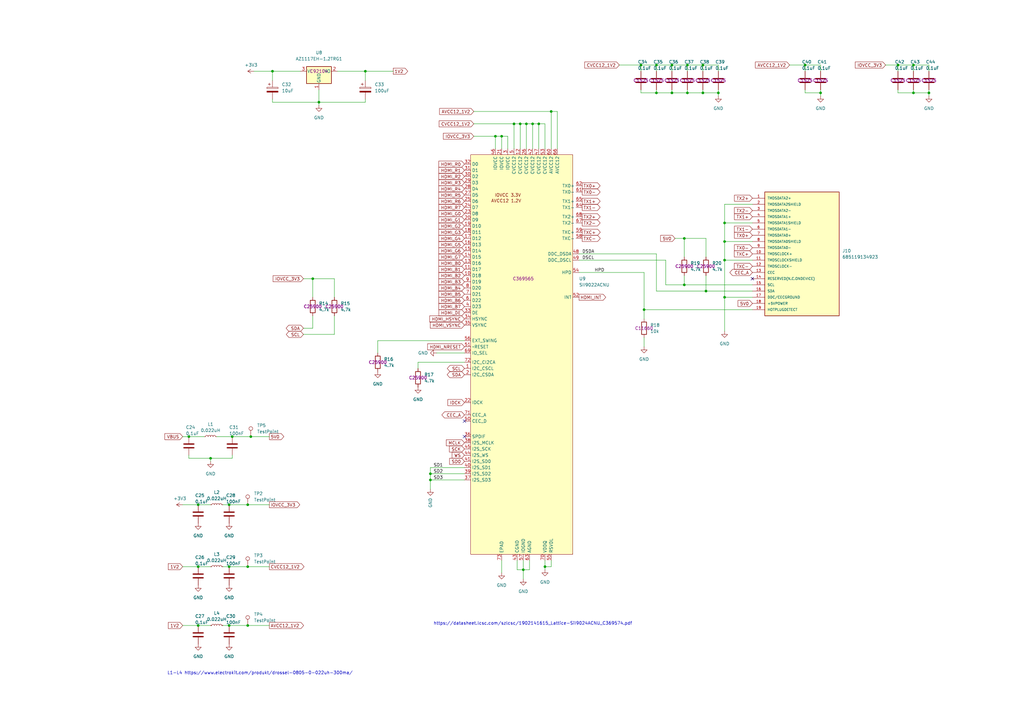
<source format=kicad_sch>
(kicad_sch (version 20211123) (generator eeschema)
  (paper "A3")
  (lib_symbols
    (symbol "685119134923:685119134923" (pin_names (offset 1.016))
      (property "Reference" "J2" (at 16.51 0.0001 0))
      (property "Value" "685119134923" (at 16.51 -2.5399 0))
      (symbol "685119134923_0_0"
        (rectangle (start -15.24 -26.67) (end 15.24 24.13) (stroke (width 0.254)) (fill (type background)))
        (pin input line (at -20.32 21.59 0) (length 5.08) (name "TMDSDATA2+") (number "1"))
        (pin input line (at -20.32 -1.27 0) (length 5.08) (name "TMDSCLOCK+") (number "10"))
        (pin power_in line (at -20.32 -3.81 0) (length 5.08) (name "TMDSCLOCKSHIELD") (number "11"))
        (pin input line (at -20.32 -6.35 0) (length 5.08) (name "TMDSCLOCK-") (number "12"))
        (pin input line (at -20.32 -8.89 0) (length 5.08) (name "CEC") (number "13"))
        (pin no_connect line (at -20.32 -11.43 0) (length 5.08) (name "RESERVED(N.C.ONDEVICE)") (number "14"))
        (pin input line (at -20.32 -13.97 0) (length 5.08) (name "SCL") (number "15"))
        (pin bidirectional line (at -20.32 -16.51 0) (length 5.08) (name "SDA") (number "16"))
        (pin power_in line (at -20.32 -19.05 0) (length 5.08) (name "DDC/CECGROUND") (number "17"))
        (pin power_in line (at -20.32 -21.59 0) (length 5.08) (name "+5VPOWER") (number "18"))
        (pin output line (at -20.32 -24.13 0) (length 5.08) (name "HOTPLUGDETECT") (number "19"))
        (pin power_in line (at -20.32 19.05 0) (length 5.08) (name "TMDSDATA2SHIELD") (number "2"))
        (pin input line (at -20.32 16.51 0) (length 5.08) (name "TMDSDATA2-") (number "3"))
        (pin input line (at -20.32 13.97 0) (length 5.08) (name "TMDSDATA1+") (number "4"))
        (pin power_in line (at -20.32 11.43 0) (length 5.08) (name "TMDSDATA1SHIELD") (number "5"))
        (pin input line (at -20.32 8.89 0) (length 5.08) (name "TMDSDATA1-") (number "6"))
        (pin input line (at -20.32 6.35 0) (length 5.08) (name "TMDSDATA0+") (number "7"))
        (pin power_in line (at -20.32 3.81 0) (length 5.08) (name "TMDSDATA0SHIELD") (number "8"))
        (pin input line (at -20.32 1.27 0) (length 5.08) (name "TMDSDATA0-") (number "9"))
      )
    )
    (symbol "Connector:TestPoint" (pin_numbers hide) (pin_names (offset 0.762) hide)
      (property "Reference" "TP" (at 0 6.858 0))
      (property "Value" "TestPoint" (at 0 5.08 0))
      (symbol "TestPoint_0_1"
        (circle (center 0 3.302) (radius 0.762))
      )
      (symbol "TestPoint_1_1"
        (pin passive line (at 0 0 90) (length 2.54) (name "1") (number "1"))
      )
    )
    (symbol "Device:C" (pin_numbers hide) (pin_names (offset 0.254))
      (property "Reference" "C" (at 0.635 2.54 0))
      (property "Value" "C" (at 0.635 -2.54 0))
      (symbol "C_0_1"
        (polyline (pts (xy -2.032 -0.762) (xy 2.032 -0.762)) (stroke (width 0.508)))
        (polyline (pts (xy -2.032 0.762) (xy 2.032 0.762)) (stroke (width 0.508)))
      )
      (symbol "C_1_1"
        (pin passive line (at 0 3.81 270) (length 2.794) (name "~") (number "1"))
        (pin passive line (at 0 -3.81 90) (length 2.794) (name "~") (number "2"))
      )
    )
    (symbol "Device:C_Polarized" (pin_numbers hide) (pin_names (offset 0.254))
      (property "Reference" "C" (at 0.635 2.54 0))
      (property "Value" "C_Polarized" (at 0.635 -2.54 0))
      (symbol "C_Polarized_0_1"
        (rectangle (start -2.286 0.508) (end 2.286 1.016))
        (polyline (pts (xy -1.778 2.286) (xy -0.762 2.286)))
        (polyline (pts (xy -1.27 2.794) (xy -1.27 1.778)))
        (rectangle (start 2.286 -0.508) (end -2.286 -1.016) (fill (type outline)))
      )
      (symbol "C_Polarized_1_1"
        (pin passive line (at 0 3.81 270) (length 2.794) (name "~") (number "1"))
        (pin passive line (at 0 -3.81 90) (length 2.794) (name "~") (number "2"))
      )
    )
    (symbol "Device:L_Small" (pin_numbers hide) (pin_names (offset 0.254) hide)
      (property "Reference" "L" (at 0.762 1.016 0))
      (property "Value" "L_Small" (at 0.762 -1.016 0))
      (symbol "L_Small_0_1"
        (arc (start 0 -2.032) (mid 0.508 -1.524) (end 0 -1.016))
        (arc (start 0 -1.016) (mid 0.508 -0.508) (end 0 0))
        (arc (start 0 0) (mid 0.508 0.508) (end 0 1.016))
        (arc (start 0 1.016) (mid 0.508 1.524) (end 0 2.032))
      )
      (symbol "L_Small_1_1"
        (pin passive line (at 0 2.54 270) (length 0.508) (name "~") (number "1"))
        (pin passive line (at 0 -2.54 90) (length 0.508) (name "~") (number "2"))
      )
    )
    (symbol "Device:R" (pin_numbers hide) (pin_names (offset 0))
      (property "Reference" "R" (at 2.032 0 90))
      (property "Value" "R" (at 0 0 90))
      (symbol "R_0_1"
        (rectangle (start -1.016 -2.54) (end 1.016 2.54) (stroke (width 0.254)))
      )
      (symbol "R_1_1"
        (pin passive line (at 0 3.81 270) (length 1.27) (name "~") (number "1"))
        (pin passive line (at 0 -3.81 90) (length 1.27) (name "~") (number "2"))
      )
    )
    (symbol "Regulator_Linear:AP1117-33" (pin_names (offset 0.254))
      (property "Reference" "U" (at -3.81 3.175 0))
      (property "Value" "AP1117-33" (at 0 3.175 0))
      (symbol "AP1117-33_0_1"
        (rectangle (start -5.08 -5.08) (end 5.08 1.905) (stroke (width 0.254)) (fill (type background)))
      )
      (symbol "AP1117-33_1_1"
        (pin power_in line (at 0 -7.62 90) (length 2.54) (name "GND") (number "1"))
        (pin power_out line (at 7.62 0 180) (length 2.54) (name "VO") (number "2"))
        (pin power_in line (at -7.62 0 0) (length 2.54) (name "VI") (number "3"))
      )
    )
    (symbol "SII9022ACNU:SII9022ACNU"
      (property "Reference" "U1" (at 22.86 0.0001 0))
      (property "Value" "SII9022ACNU" (at 22.86 -2.5399 0))
      (symbol "SII9022ACNU_0_0"
        (text "AVCC12 1.2V" (at -7.0237 31.9789 0) (effects (font (size 1.27 1.27))))
        (text "IOVCC 3.3V" (at -6.35 34.29 0) (effects (font (size 1.27 1.27))))
      )
      (symbol "SII9022ACNU_0_1"
        (rectangle (start -21.59 50.8) (end 20.32 -113.03) (fill (type background)))
      )
      (symbol "SII9022ACNU_1_1"
        (pin bidirectional line (at -24.13 -36.83 0) (length 2.54) (name "I2C_CSCL") (number "1"))
        (pin input line (at -24.13 1.27 0) (length 2.54) (name "D18") (number "10"))
        (pin input line (at -24.13 3.81 0) (length 2.54) (name "D17") (number "11"))
        (pin power_in line (at -1.27 53.34 270) (length 2.54) (name "CVCC12") (number "12"))
        (pin input line (at -24.13 6.35 0) (length 2.54) (name "D16") (number "13"))
        (pin input line (at -24.13 8.89 0) (length 2.54) (name "D15") (number "14"))
        (pin input line (at -24.13 11.43 0) (length 2.54) (name "D14") (number "15"))
        (pin input line (at -24.13 13.97 0) (length 2.54) (name "D13") (number "16"))
        (pin input line (at -24.13 16.51 0) (length 2.54) (name "D12") (number "17"))
        (pin input line (at -24.13 19.05 0) (length 2.54) (name "D11") (number "18"))
        (pin input line (at -24.13 21.59 0) (length 2.54) (name "D10") (number "19"))
        (pin bidirectional line (at -24.13 -39.37 0) (length 2.54) (name "I2C_CSDA") (number "2"))
        (pin input line (at -24.13 24.13 0) (length 2.54) (name "D9") (number "20"))
        (pin power_in line (at -8.89 53.34 270) (length 2.54) (name "IOVCC") (number "21"))
        (pin input line (at -24.13 -50.8 0) (length 2.54) (name "IDCK") (number "22"))
        (pin input line (at -24.13 26.67 0) (length 2.54) (name "D8") (number "23"))
        (pin input line (at -24.13 29.21 0) (length 2.54) (name "D7") (number "24"))
        (pin input line (at -24.13 31.75 0) (length 2.54) (name "D6") (number "25"))
        (pin power_in line (at 1.27 53.34 270) (length 2.54) (name "CVCC12") (number "26"))
        (pin input line (at -24.13 34.29 0) (length 2.54) (name "D5") (number "27"))
        (pin input line (at -24.13 36.83 0) (length 2.54) (name "D4") (number "28"))
        (pin input line (at -24.13 39.37 0) (length 2.54) (name "D3") (number "29"))
        (pin power_in line (at -6.35 53.34 270) (length 2.54) (name "IOVCC") (number "3"))
        (pin input line (at -24.13 41.91 0) (length 2.54) (name "D2") (number "30"))
        (pin input line (at -24.13 44.45 0) (length 2.54) (name "D1") (number "31"))
        (pin input line (at -24.13 46.99 0) (length 2.54) (name "D0") (number "32"))
        (pin input line (at -24.13 -13.97 0) (length 2.54) (name "DE") (number "33"))
        (pin input line (at -24.13 -16.51 0) (length 2.54) (name "HSYNC") (number "34"))
        (pin input line (at -24.13 -19.05 0) (length 2.54) (name "VSYNC") (number "35"))
        (pin input line (at -24.13 -64.77 0) (length 2.54) (name "SPDIF") (number "36"))
        (pin input line (at -24.13 -82.55 0) (length 2.54) (name "I2S_SD3") (number "37"))
        (pin input line (at -24.13 -67.31 0) (length 2.54) (name "I2S_MCLK") (number "38"))
        (pin input line (at -24.13 -80.01 0) (length 2.54) (name "I2S_SD2") (number "39"))
        (pin input line (at -24.13 -11.43 0) (length 2.54) (name "D23") (number "4"))
        (pin input line (at -24.13 -77.47 0) (length 2.54) (name "I2S_SD1") (number "40"))
        (pin input line (at -24.13 -74.93 0) (length 2.54) (name "I2S_SD0") (number "41"))
        (pin power_in line (at 3.81 53.34 270) (length 2.54) (name "CVCC12") (number "42"))
        (pin power_in line (at -2.54 -115.57 90) (length 2.54) (name "CGND") (number "43"))
        (pin input line (at -24.13 -72.39 0) (length 2.54) (name "I2S_WS") (number "44"))
        (pin input line (at -24.13 -69.85 0) (length 2.54) (name "I2S_SCK") (number "45"))
        (pin power_in line (at -11.43 53.34 270) (length 2.54) (name "IOVCC") (number "46"))
        (pin power_in line (at 6.35 53.34 270) (length 2.54) (name "CVCC12") (number "47"))
        (pin bidirectional line (at 22.86 10.16 180) (length 2.54) (name "DDC_DSDA") (number "48"))
        (pin bidirectional line (at 22.86 7.62 180) (length 2.54) (name "DDC_DSCL") (number "49"))
        (pin power_in line (at -3.81 53.34 270) (length 2.54) (name "CVCC12") (number "5"))
        (pin bidirectional line (at -24.13 -58.42 0) (length 2.54) (name "CEC_D") (number "50"))
        (pin input line (at -24.13 -27.94 0) (length 2.54) (name "~RESET") (number "51"))
        (pin output line (at 22.86 -7.62 180) (length 2.54) (name "INT") (number "52"))
        (pin power_in line (at 8.89 53.34 270) (length 2.54) (name "CVCC12") (number "53"))
        (pin input line (at 22.86 2.54 180) (length 2.54) (name "HPD") (number "54"))
        (pin input line (at 11.43 -115.57 90) (length 2.54) (name "RSVDL") (number "55"))
        (pin input line (at -24.13 -25.4 0) (length 2.54) (name "EXT_SWING") (number "56"))
        (pin power_in line (at 0 -115.57 90) (length 2.54) (name "IOGND") (number "57"))
        (pin output line (at 24.13 16.51 180) (length 2.54) (name "TXC-") (number "58"))
        (pin output line (at 24.13 19.05 180) (length 2.54) (name "TXC+") (number "59"))
        (pin input line (at -24.13 -8.89 0) (length 2.54) (name "D22") (number "6"))
        (pin power_in line (at 11.43 53.34 270) (length 2.54) (name "AVCC12") (number "60"))
        (pin output line (at 24.13 35.56 180) (length 2.54) (name "TX0-") (number "61"))
        (pin output line (at 24.13 38.1 180) (length 2.54) (name "TX0+") (number "62"))
        (pin power_in line (at 2.54 -115.57 90) (length 2.54) (name "AGND") (number "63"))
        (pin output line (at 24.13 29.21 180) (length 2.54) (name "TX1-") (number "64"))
        (pin output line (at 24.13 31.75 180) (length 2.54) (name "TX1+") (number "65"))
        (pin power_in line (at 13.97 53.34 270) (length 2.54) (name "AVCC12") (number "66"))
        (pin output line (at 24.13 22.86 180) (length 2.54) (name "TX2-") (number "67"))
        (pin output line (at 24.13 25.4 180) (length 2.54) (name "TX2+") (number "68"))
        (pin input line (at -24.13 -30.48 0) (length 2.54) (name "IO_SEL") (number "69"))
        (pin input line (at -24.13 -6.35 0) (length 2.54) (name "D21") (number "7"))
        (pin power_in line (at 8.89 -115.57 90) (length 2.54) (name "VDDQ") (number "70"))
        (pin bidirectional line (at -24.13 -55.88 0) (length 2.54) (name "CEC_A") (number "71"))
        (pin input line (at -24.13 -34.29 0) (length 2.54) (name "I2C_CI2CA") (number "72"))
        (pin power_in line (at -8.89 -115.57 90) (length 2.54) (name "EPAD") (number "73"))
        (pin input line (at -24.13 -3.81 0) (length 2.54) (name "D20") (number "8"))
        (pin input line (at -24.13 -1.27 0) (length 2.54) (name "D19") (number "9"))
      )
    )
    (symbol "power:+3.3V" (power) (pin_names (offset 0))
      (property "Value" "+3.3V" (at 0 3.556 0))
      (symbol "+3.3V_0_1"
        (polyline (pts (xy -0.762 1.27) (xy 0 2.54)))
        (polyline (pts (xy 0 0) (xy 0 2.54)))
        (polyline (pts (xy 0 2.54) (xy 0.762 1.27)))
      )
      (symbol "+3.3V_1_1"
        (pin power_in line (at 0 0 90) (length 0) hide (name "+3V3") (number "1"))
      )
    )
    (symbol "power:GND" (power) (pin_names (offset 0))
      (property "Value" "GND" (at 0 -3.81 0))
      (symbol "GND_0_1"
        (polyline (pts (xy 0 0) (xy 0 -1.27) (xy 1.27 -1.27) (xy 0 -2.54) (xy -1.27 -1.27) (xy 0 -1.27)))
      )
      (symbol "GND_1_1"
        (pin power_in line (at 0 0 270) (length 0) hide (name "GND") (number "1"))
      )
    )
  )
  (junction (at 294.64 38.1))
  (junction (at 101.6 232.41))
  (junction (at 280.67 97.79))
  (junction (at 275.59 26.67))
  (junction (at 288.29 38.1))
  (junction (at 93.98 256.54))
  (junction (at 262.89 26.67))
  (junction (at 281.94 26.67))
  (junction (at 77.47 179.07))
  (junction (at 205.74 55.88))
  (junction (at 203.2 55.88))
  (junction (at 81.28 207.01))
  (junction (at 336.55 38.1))
  (junction (at 374.65 26.67))
  (junction (at 176.53 194.31))
  (junction (at 330.2 26.67))
  (junction (at 213.36 50.8))
  (junction (at 289.56 119.38))
  (junction (at 218.44 50.8))
  (junction (at 223.52 232.41))
  (junction (at 280.67 116.84))
  (junction (at 281.94 38.1))
  (junction (at 297.18 121.92))
  (junction (at 226.06 45.72))
  (junction (at 381 38.1))
  (junction (at 101.6 256.54))
  (junction (at 297.18 106.68))
  (junction (at 275.59 38.1))
  (junction (at 269.24 38.1))
  (junction (at 111.76 29.21))
  (junction (at 374.65 38.1))
  (junction (at 81.28 232.41))
  (junction (at 130.81 41.91))
  (junction (at 264.16 127))
  (junction (at 176.53 196.85))
  (junction (at 269.24 26.67))
  (junction (at 210.82 50.8))
  (junction (at 86.36 187.96))
  (junction (at 81.28 256.54))
  (junction (at 102.87 179.07))
  (junction (at 149.86 29.21))
  (junction (at 93.98 232.41))
  (junction (at 288.29 26.67))
  (junction (at 297.18 91.44))
  (junction (at 368.3 26.67))
  (junction (at 215.9 50.8))
  (junction (at 93.98 207.01))
  (junction (at 297.18 99.06))
  (junction (at 95.25 179.07))
  (junction (at 128.27 114.3))
  (junction (at 101.6 207.01))
  (junction (at 214.63 233.68))
  (junction (at 220.98 50.8))
  (no_connect (at 190.5 172.72))
  (no_connect (at 190.5 179.07))
  (no_connect (at 308.61 114.3))
  (wire (pts (xy 294.64 38.1) (xy 294.64 39.37)))
  (wire (pts (xy 205.74 229.87) (xy 205.74 234.95)))
  (wire (pts (xy 330.2 26.67) (xy 336.55 26.67)))
  (wire (pts (xy 297.18 99.06) (xy 308.61 99.06)))
  (wire (pts (xy 289.56 97.79) (xy 289.56 105.41)))
  (wire (pts (xy 212.09 229.87) (xy 212.09 233.68)))
  (wire (pts (xy 368.3 26.67) (xy 374.65 26.67)))
  (wire (pts (xy 101.6 256.54) (xy 110.49 256.54)))
  (wire (pts (xy 336.55 26.67) (xy 336.55 29.21)))
  (wire (pts (xy 223.52 232.41) (xy 223.52 233.68)))
  (wire (pts (xy 149.86 40.64) (xy 149.86 41.91)))
  (wire (pts (xy 275.59 26.67) (xy 281.94 26.67)))
  (wire (pts (xy 176.53 196.85) (xy 190.5 196.85)))
  (wire (pts (xy 297.18 106.68) (xy 308.61 106.68)))
  (wire (pts (xy 81.28 207.01) (xy 86.36 207.01)))
  (wire (pts (xy 288.29 36.83) (xy 288.29 38.1)))
  (wire (pts (xy 205.74 55.88) (xy 208.28 55.88)))
  (wire (pts (xy 77.47 186.69) (xy 77.47 187.96)))
  (wire (pts (xy 86.36 187.96) (xy 95.25 187.96)))
  (wire (pts (xy 137.16 114.3) (xy 137.16 121.92)))
  (wire (pts (xy 205.74 55.88) (xy 205.74 60.96)))
  (wire (pts (xy 214.63 233.68) (xy 214.63 237.49)))
  (wire (pts (xy 77.47 187.96) (xy 86.36 187.96)))
  (wire (pts (xy 130.81 36.83) (xy 130.81 41.91)))
  (wire (pts (xy 323.85 26.67) (xy 330.2 26.67)))
  (wire (pts (xy 330.2 38.1) (xy 336.55 38.1)))
  (wire (pts (xy 102.87 179.07) (xy 110.49 179.07)))
  (wire (pts (xy 179.07 144.78) (xy 190.5 144.78)))
  (wire (pts (xy 176.53 191.77) (xy 190.5 191.77)))
  (wire (pts (xy 228.6 60.96) (xy 228.6 45.72)))
  (wire (pts (xy 88.9 179.07) (xy 95.25 179.07)))
  (wire (pts (xy 281.94 26.67) (xy 288.29 26.67)))
  (wire (pts (xy 226.06 229.87) (xy 226.06 232.41)))
  (wire (pts (xy 273.05 116.84) (xy 273.05 106.68)))
  (wire (pts (xy 213.36 50.8) (xy 215.9 50.8)))
  (wire (pts (xy 262.89 26.67) (xy 262.89 29.21)))
  (wire (pts (xy 308.61 83.82) (xy 297.18 83.82)))
  (wire (pts (xy 288.29 38.1) (xy 294.64 38.1)))
  (wire (pts (xy 280.67 116.84) (xy 308.61 116.84)))
  (wire (pts (xy 294.64 38.1) (xy 294.64 36.83)))
  (wire (pts (xy 264.16 127) (xy 264.16 130.81)))
  (wire (pts (xy 214.63 233.68) (xy 217.17 233.68)))
  (wire (pts (xy 368.3 36.83) (xy 368.3 38.1)))
  (wire (pts (xy 77.47 179.07) (xy 83.82 179.07)))
  (wire (pts (xy 226.06 232.41) (xy 223.52 232.41)))
  (wire (pts (xy 210.82 50.8) (xy 213.36 50.8)))
  (wire (pts (xy 269.24 119.38) (xy 289.56 119.38)))
  (wire (pts (xy 381 26.67) (xy 381 29.21)))
  (wire (pts (xy 228.6 45.72) (xy 226.06 45.72)))
  (wire (pts (xy 254 26.67) (xy 262.89 26.67)))
  (wire (pts (xy 86.36 187.96) (xy 86.36 189.23)))
  (wire (pts (xy 101.6 207.01) (xy 110.49 207.01)))
  (wire (pts (xy 93.98 256.54) (xy 101.6 256.54)))
  (wire (pts (xy 128.27 114.3) (xy 128.27 121.92)))
  (wire (pts (xy 273.05 116.84) (xy 280.67 116.84)))
  (wire (pts (xy 289.56 113.03) (xy 289.56 119.38)))
  (wire (pts (xy 297.18 121.92) (xy 297.18 135.89)))
  (wire (pts (xy 111.76 40.64) (xy 111.76 41.91)))
  (wire (pts (xy 336.55 38.1) (xy 336.55 39.37)))
  (wire (pts (xy 154.94 139.7) (xy 154.94 144.78)))
  (wire (pts (xy 149.86 29.21) (xy 161.29 29.21)))
  (wire (pts (xy 381 38.1) (xy 381 39.37)))
  (wire (pts (xy 208.28 55.88) (xy 208.28 60.96)))
  (wire (pts (xy 374.65 26.67) (xy 374.65 29.21)))
  (wire (pts (xy 74.93 207.01) (xy 81.28 207.01)))
  (wire (pts (xy 95.25 179.07) (xy 102.87 179.07)))
  (wire (pts (xy 223.52 50.8) (xy 223.52 60.96)))
  (wire (pts (xy 264.16 111.76) (xy 237.49 111.76)))
  (wire (pts (xy 289.56 119.38) (xy 308.61 119.38)))
  (wire (pts (xy 297.18 106.68) (xy 297.18 121.92)))
  (wire (pts (xy 203.2 55.88) (xy 203.2 60.96)))
  (wire (pts (xy 374.65 36.83) (xy 374.65 38.1)))
  (wire (pts (xy 91.44 207.01) (xy 93.98 207.01)))
  (wire (pts (xy 101.6 232.41) (xy 110.49 232.41)))
  (wire (pts (xy 124.46 137.16) (xy 137.16 137.16)))
  (wire (pts (xy 74.93 256.54) (xy 81.28 256.54)))
  (wire (pts (xy 330.2 26.67) (xy 330.2 29.21)))
  (wire (pts (xy 275.59 26.67) (xy 275.59 29.21)))
  (wire (pts (xy 330.2 36.83) (xy 330.2 38.1)))
  (wire (pts (xy 137.16 129.54) (xy 137.16 137.16)))
  (wire (pts (xy 128.27 129.54) (xy 128.27 134.62)))
  (wire (pts (xy 210.82 50.8) (xy 210.82 60.96)))
  (wire (pts (xy 218.44 50.8) (xy 218.44 60.96)))
  (wire (pts (xy 130.81 41.91) (xy 130.81 43.18)))
  (wire (pts (xy 218.44 50.8) (xy 220.98 50.8)))
  (wire (pts (xy 91.44 232.41) (xy 93.98 232.41)))
  (wire (pts (xy 269.24 104.14) (xy 237.49 104.14)))
  (wire (pts (xy 275.59 36.83) (xy 275.59 38.1)))
  (wire (pts (xy 269.24 26.67) (xy 275.59 26.67)))
  (wire (pts (xy 149.86 41.91) (xy 130.81 41.91)))
  (wire (pts (xy 176.53 196.85) (xy 176.53 200.66)))
  (wire (pts (xy 74.93 232.41) (xy 81.28 232.41)))
  (wire (pts (xy 111.76 29.21) (xy 123.19 29.21)))
  (wire (pts (xy 124.46 114.3) (xy 128.27 114.3)))
  (wire (pts (xy 138.43 29.21) (xy 149.86 29.21)))
  (wire (pts (xy 288.29 26.67) (xy 288.29 29.21)))
  (wire (pts (xy 273.05 106.68) (xy 237.49 106.68)))
  (wire (pts (xy 81.28 232.41) (xy 86.36 232.41)))
  (wire (pts (xy 297.18 91.44) (xy 297.18 99.06)))
  (wire (pts (xy 111.76 29.21) (xy 111.76 33.02)))
  (wire (pts (xy 262.89 36.83) (xy 262.89 38.1)))
  (wire (pts (xy 275.59 38.1) (xy 281.94 38.1)))
  (wire (pts (xy 95.25 186.69) (xy 95.25 187.96)))
  (wire (pts (xy 281.94 26.67) (xy 281.94 29.21)))
  (wire (pts (xy 149.86 29.21) (xy 149.86 33.02)))
  (wire (pts (xy 171.45 148.59) (xy 171.45 151.13)))
  (wire (pts (xy 176.53 194.31) (xy 190.5 194.31)))
  (wire (pts (xy 308.61 127) (xy 264.16 127)))
  (wire (pts (xy 374.65 38.1) (xy 381 38.1)))
  (wire (pts (xy 294.64 26.67) (xy 294.64 29.21)))
  (wire (pts (xy 220.98 50.8) (xy 220.98 60.96)))
  (wire (pts (xy 217.17 233.68) (xy 217.17 229.87)))
  (wire (pts (xy 215.9 50.8) (xy 215.9 60.96)))
  (wire (pts (xy 297.18 99.06) (xy 297.18 106.68)))
  (wire (pts (xy 213.36 50.8) (xy 213.36 60.96)))
  (wire (pts (xy 297.18 121.92) (xy 308.61 121.92)))
  (wire (pts (xy 194.31 55.88) (xy 203.2 55.88)))
  (wire (pts (xy 280.67 97.79) (xy 280.67 105.41)))
  (wire (pts (xy 336.55 38.1) (xy 336.55 36.83)))
  (wire (pts (xy 124.46 134.62) (xy 128.27 134.62)))
  (wire (pts (xy 214.63 229.87) (xy 214.63 233.68)))
  (wire (pts (xy 176.53 194.31) (xy 176.53 196.85)))
  (wire (pts (xy 269.24 119.38) (xy 269.24 104.14)))
  (wire (pts (xy 223.52 229.87) (xy 223.52 232.41)))
  (wire (pts (xy 269.24 38.1) (xy 275.59 38.1)))
  (wire (pts (xy 190.5 139.7) (xy 154.94 139.7)))
  (wire (pts (xy 74.93 179.07) (xy 77.47 179.07)))
  (wire (pts (xy 280.67 113.03) (xy 280.67 116.84)))
  (wire (pts (xy 226.06 45.72) (xy 226.06 60.96)))
  (wire (pts (xy 128.27 114.3) (xy 137.16 114.3)))
  (wire (pts (xy 297.18 91.44) (xy 308.61 91.44)))
  (wire (pts (xy 111.76 41.91) (xy 130.81 41.91)))
  (wire (pts (xy 262.89 26.67) (xy 269.24 26.67)))
  (wire (pts (xy 203.2 55.88) (xy 205.74 55.88)))
  (wire (pts (xy 212.09 233.68) (xy 214.63 233.68)))
  (wire (pts (xy 374.65 26.67) (xy 381 26.67)))
  (wire (pts (xy 269.24 36.83) (xy 269.24 38.1)))
  (wire (pts (xy 264.16 127) (xy 264.16 111.76)))
  (wire (pts (xy 262.89 38.1) (xy 269.24 38.1)))
  (wire (pts (xy 297.18 83.82) (xy 297.18 91.44)))
  (wire (pts (xy 288.29 26.67) (xy 294.64 26.67)))
  (wire (pts (xy 269.24 26.67) (xy 269.24 29.21)))
  (wire (pts (xy 276.86 97.79) (xy 280.67 97.79)))
  (wire (pts (xy 281.94 38.1) (xy 288.29 38.1)))
  (wire (pts (xy 176.53 191.77) (xy 176.53 194.31)))
  (wire (pts (xy 280.67 97.79) (xy 289.56 97.79)))
  (wire (pts (xy 194.31 45.72) (xy 226.06 45.72)))
  (wire (pts (xy 368.3 26.67) (xy 368.3 29.21)))
  (wire (pts (xy 215.9 50.8) (xy 218.44 50.8)))
  (wire (pts (xy 194.31 50.8) (xy 210.82 50.8)))
  (wire (pts (xy 93.98 232.41) (xy 101.6 232.41)))
  (wire (pts (xy 93.98 207.01) (xy 101.6 207.01)))
  (wire (pts (xy 104.14 29.21) (xy 111.76 29.21)))
  (wire (pts (xy 91.44 256.54) (xy 93.98 256.54)))
  (wire (pts (xy 81.28 256.54) (xy 86.36 256.54)))
  (wire (pts (xy 281.94 36.83) (xy 281.94 38.1)))
  (wire (pts (xy 381 36.83) (xy 381 38.1)))
  (wire (pts (xy 190.5 148.59) (xy 171.45 148.59)))
  (wire (pts (xy 220.98 50.8) (xy 223.52 50.8)))
  (wire (pts (xy 264.16 138.43) (xy 264.16 142.24)))
  (wire (pts (xy 368.3 38.1) (xy 374.65 38.1)))
  (wire (pts (xy 363.22 26.67) (xy 368.3 26.67)))
  (text "L1-L4 https://www.electrokit.com/produkt/drossel-0805-0-022uh-300ma/" (at 68.58 276.86 0) (effects (font (size 1.27 1.27)) (justify left bottom)))
  (text "https://datasheet.lcsc.com/szlcsc/1902141615_Lattice-SiI9024ACNU_C369574.pdf" (at 177.8 256.54 0) (effects (font (size 1.27 1.27)) (justify left bottom)))
  (label "SD1" (at 177.8 191.77 0))
  (label "SD3" (at 177.8 196.85 0))
  (label "DSDA" (at 238.76 104.14 0))
  (label "HPD" (at 243.84 111.76 0))
  (label "DSCL" (at 238.76 106.68 0))
  (label "SD2" (at 177.8 194.31 0))
  (global_label "AVCC12_1V2" (shape output) (at 110.49 256.54 0) (property "Intersheet References" "${INTERSHEET_REFS}" (effects hide)))
  (global_label "CVCC12_1V2" (shape input) (at 194.31 50.8 180) (property "Intersheet References" "${INTERSHEET_REFS}" (effects hide)))
  (global_label "SCL" (shape bidirectional) (at 190.5 151.13 180) (property "Intersheet References" "${INTERSHEET_REFS}" (effects hide)))
  (global_label "TX0+" (shape input) (at 308.61 96.52 180) (property "Intersheet References" "${INTERSHEET_REFS}" (effects hide)))
  (global_label "CVCC12_1V2" (shape input) (at 254 26.67 180) (property "Intersheet References" "${INTERSHEET_REFS}" (effects hide)))
  (global_label "TX0-" (shape output) (at 238.76 78.74 0) (property "Intersheet References" "${INTERSHEET_REFS}" (effects hide)))
  (global_label "5V0" (shape input) (at 308.61 124.46 180) (property "Intersheet References" "${INTERSHEET_REFS}" (effects hide)))
  (global_label "HDMI_HSYNC" (shape input) (at 190.5 130.81 180) (property "Intersheet References" "${INTERSHEET_REFS}" (effects hide)))
  (global_label "HDMI_B6" (shape input) (at 190.5 123.19 180) (property "Intersheet References" "${INTERSHEET_REFS}" (effects hide)))
  (global_label "SCL" (shape bidirectional) (at 124.46 137.16 180) (property "Intersheet References" "${INTERSHEET_REFS}" (effects hide)))
  (global_label "IOVCC_3V3" (shape input) (at 124.46 114.3 180) (property "Intersheet References" "${INTERSHEET_REFS}" (effects hide)))
  (global_label "WS" (shape input) (at 190.5 186.69 180) (property "Intersheet References" "${INTERSHEET_REFS}" (effects hide)))
  (global_label "AVCC12_1V2" (shape input) (at 323.85 26.67 180) (property "Intersheet References" "${INTERSHEET_REFS}" (effects hide)))
  (global_label "HDMI_R7" (shape input) (at 190.5 85.09 180) (property "Intersheet References" "${INTERSHEET_REFS}" (effects hide)))
  (global_label "5V0" (shape input) (at 276.86 97.79 180) (property "Intersheet References" "${INTERSHEET_REFS}" (effects hide)))
  (global_label "IOVCC_3V3" (shape output) (at 110.49 207.01 0) (property "Intersheet References" "${INTERSHEET_REFS}" (effects hide)))
  (global_label "AVCC12_1V2" (shape input) (at 194.31 45.72 180) (property "Intersheet References" "${INTERSHEET_REFS}" (effects hide)))
  (global_label "HDMI_G7" (shape input) (at 190.5 105.41 180) (property "Intersheet References" "${INTERSHEET_REFS}" (effects hide)))
  (global_label "IOVCC_3V3" (shape input) (at 194.31 55.88 180) (property "Intersheet References" "${INTERSHEET_REFS}" (effects hide)))
  (global_label "HDMI_B1" (shape input) (at 190.5 110.49 180) (property "Intersheet References" "${INTERSHEET_REFS}" (effects hide)))
  (global_label "HDMI_R6" (shape input) (at 190.5 82.55 180) (property "Intersheet References" "${INTERSHEET_REFS}" (effects hide)))
  (global_label "TX0-" (shape input) (at 308.61 101.6 180) (property "Intersheet References" "${INTERSHEET_REFS}" (effects hide)))
  (global_label "HDMI_R5" (shape input) (at 190.5 80.01 180) (property "Intersheet References" "${INTERSHEET_REFS}" (effects hide)))
  (global_label "TX2-" (shape output) (at 238.76 91.44 0) (property "Intersheet References" "${INTERSHEET_REFS}" (effects hide)))
  (global_label "HDMI_B2" (shape input) (at 190.5 113.03 180) (property "Intersheet References" "${INTERSHEET_REFS}" (effects hide)))
  (global_label "TX2+" (shape output) (at 238.76 88.9 0) (property "Intersheet References" "${INTERSHEET_REFS}" (effects hide)))
  (global_label "HDMI_VSYNC" (shape input) (at 190.5 133.35 180) (property "Intersheet References" "${INTERSHEET_REFS}" (effects hide)))
  (global_label "VBUS" (shape input) (at 74.93 179.07 180) (property "Intersheet References" "${INTERSHEET_REFS}" (effects hide)))
  (global_label "TXC+" (shape input) (at 308.61 104.14 180) (property "Intersheet References" "${INTERSHEET_REFS}" (effects hide)))
  (global_label "HDMI_R1" (shape input) (at 190.5 69.85 180) (property "Intersheet References" "${INTERSHEET_REFS}" (effects hide)))
  (global_label "HDMI_G1" (shape input) (at 190.5 90.17 180) (property "Intersheet References" "${INTERSHEET_REFS}" (effects hide)))
  (global_label "TX1+" (shape input) (at 308.61 88.9 180) (property "Intersheet References" "${INTERSHEET_REFS}" (effects hide)))
  (global_label "MCLK" (shape input) (at 190.5 181.61 180) (property "Intersheet References" "${INTERSHEET_REFS}" (effects hide)))
  (global_label "CEC_A" (shape bidirectional) (at 308.61 111.76 180) (property "Intersheet References" "${INTERSHEET_REFS}" (effects hide)))
  (global_label "1V2" (shape input) (at 74.93 256.54 180) (property "Intersheet References" "${INTERSHEET_REFS}" (effects hide)))
  (global_label "HDMI_G3" (shape input) (at 190.5 95.25 180) (property "Intersheet References" "${INTERSHEET_REFS}" (effects hide)))
  (global_label "TXC-" (shape input) (at 308.61 109.22 180) (property "Intersheet References" "${INTERSHEET_REFS}" (effects hide)))
  (global_label "SD0" (shape input) (at 190.5 189.23 180) (property "Intersheet References" "${INTERSHEET_REFS}" (effects hide)))
  (global_label "HDMI_G5" (shape input) (at 190.5 100.33 180) (property "Intersheet References" "${INTERSHEET_REFS}" (effects hide)))
  (global_label "1V2" (shape output) (at 161.29 29.21 0) (property "Intersheet References" "${INTERSHEET_REFS}" (effects hide)))
  (global_label "TX1+" (shape output) (at 238.76 82.55 0) (property "Intersheet References" "${INTERSHEET_REFS}" (effects hide)))
  (global_label "TXC+" (shape output) (at 238.76 95.25 0) (property "Intersheet References" "${INTERSHEET_REFS}" (effects hide)))
  (global_label "HDMI_B0" (shape input) (at 190.5 107.95 180) (property "Intersheet References" "${INTERSHEET_REFS}" (effects hide)))
  (global_label "IDCK" (shape input) (at 190.5 165.1 180) (property "Intersheet References" "${INTERSHEET_REFS}" (effects hide)))
  (global_label "SCK" (shape input) (at 190.5 184.15 180) (property "Intersheet References" "${INTERSHEET_REFS}" (effects hide)))
  (global_label "HDMI_G4" (shape input) (at 190.5 97.79 180) (property "Intersheet References" "${INTERSHEET_REFS}" (effects hide)))
  (global_label "HDMI_G0" (shape input) (at 190.5 87.63 180) (property "Intersheet References" "${INTERSHEET_REFS}" (effects hide)))
  (global_label "HDMI_B3" (shape input) (at 190.5 115.57 180) (property "Intersheet References" "${INTERSHEET_REFS}" (effects hide)))
  (global_label "HDMI_R4" (shape input) (at 190.5 77.47 180) (property "Intersheet References" "${INTERSHEET_REFS}" (effects hide)))
  (global_label "SDA" (shape bidirectional) (at 124.46 134.62 180) (property "Intersheet References" "${INTERSHEET_REFS}" (effects hide)))
  (global_label "TX2+" (shape input) (at 308.61 81.28 180) (property "Intersheet References" "${INTERSHEET_REFS}" (effects hide)))
  (global_label "1V2" (shape input) (at 74.93 232.41 180) (property "Intersheet References" "${INTERSHEET_REFS}" (effects hide)))
  (global_label "IOVCC_3V3" (shape input) (at 363.22 26.67 180) (property "Intersheet References" "${INTERSHEET_REFS}" (effects hide)))
  (global_label "HDMI_G6" (shape input) (at 190.5 102.87 180) (property "Intersheet References" "${INTERSHEET_REFS}" (effects hide)))
  (global_label "HDMI_INT" (shape output) (at 237.49 121.92 0) (property "Intersheet References" "${INTERSHEET_REFS}" (effects hide)))
  (global_label "SDA" (shape bidirectional) (at 190.5 153.67 180) (property "Intersheet References" "${INTERSHEET_REFS}" (effects hide)))
  (global_label "HDMI_B5" (shape input) (at 190.5 120.65 180) (property "Intersheet References" "${INTERSHEET_REFS}" (effects hide)))
  (global_label "CEC_A" (shape bidirectional) (at 190.5 170.18 180) (property "Intersheet References" "${INTERSHEET_REFS}" (effects hide)))
  (global_label "HDMI_R0" (shape input) (at 190.5 67.31 180) (property "Intersheet References" "${INTERSHEET_REFS}" (effects hide)))
  (global_label "TX2-" (shape input) (at 308.61 86.36 180) (property "Intersheet References" "${INTERSHEET_REFS}" (effects hide)))
  (global_label "HDMI_NRESET" (shape input) (at 190.5 142.24 180) (property "Intersheet References" "${INTERSHEET_REFS}" (effects hide)))
  (global_label "5V0" (shape output) (at 110.49 179.07 0) (property "Intersheet References" "${INTERSHEET_REFS}" (effects hide)))
  (global_label "HDMI_DE" (shape input) (at 190.5 128.27 180) (property "Intersheet References" "${INTERSHEET_REFS}" (effects hide)))
  (global_label "CVCC12_1V2" (shape output) (at 110.49 232.41 0) (property "Intersheet References" "${INTERSHEET_REFS}" (effects hide)))
  (global_label "TXC-" (shape output) (at 238.76 97.79 0) (property "Intersheet References" "${INTERSHEET_REFS}" (effects hide)))
  (global_label "TX0+" (shape output) (at 238.76 76.2 0) (property "Intersheet References" "${INTERSHEET_REFS}" (effects hide)))
  (global_label "TX1-" (shape output) (at 238.76 85.09 0) (property "Intersheet References" "${INTERSHEET_REFS}" (effects hide)))
  (global_label "TX1-" (shape input) (at 308.61 93.98 180) (property "Intersheet References" "${INTERSHEET_REFS}" (effects hide)))
  (global_label "HDMI_B4" (shape input) (at 190.5 118.11 180) (property "Intersheet References" "${INTERSHEET_REFS}" (effects hide)))
  (global_label "HDMI_R3" (shape input) (at 190.5 74.93 180) (property "Intersheet References" "${INTERSHEET_REFS}" (effects hide)))
  (global_label "HDMI_B7" (shape input) (at 190.5 125.73 180) (property "Intersheet References" "${INTERSHEET_REFS}" (effects hide)))
  (global_label "HDMI_G2" (shape input) (at 190.5 92.71 180) (property "Intersheet References" "${INTERSHEET_REFS}" (effects hide)))
  (global_label "HDMI_R2" (shape input) (at 190.5 72.39 180) (property "Intersheet References" "${INTERSHEET_REFS}" (effects hide)))
  (symbol (lib_id "power:GND") (at 297.18 135.89 0) (unit 1)
    (property "Reference" "#PWR0162" (effects hide))
    (property "Value" "GND" (at 297.18 140.97 0))
  )
  (symbol (lib_id "Device:L_Small") (at 86.36 179.07 90) (unit 1)
    (property "Reference" "L1" (at 86.36 173.99 90))
    (property "Value" "0.022uH" (at 86.36 176.53 90))
    (property "Footprint" "Inductor_SMD:L_0805_2012Metric_Pad1.05x1.20mm_HandSolder" (effects hide))
  )
  (symbol (lib_id "power:GND") (at 176.53 200.66 0) (unit 1)
    (property "Reference" "#PWR0150" (effects hide))
    (property "Value" "GND" (at 176.53 208.28 90) (effects (justify left)))
  )
  (symbol (lib_id "power:+3.3V") (at 104.14 29.21 90) (unit 1)
    (property "Reference" "#PWR0122" (effects hide))
    (property "Value" "+3.3V" (at 100.33 26.67 90) (effects (justify right)))
  )
  (symbol (lib_id "Connector:TestPoint") (at 101.6 256.54 0) (unit 1)
    (property "Reference" "TP4" (at 104.14 251.9679 0) (effects (justify left)))
    (property "Value" "TestPoint" (at 104.14 254.5079 0) (effects (justify left)))
    (property "Footprint" "TestPoint:TestPoint_Pad_D1.0mm" (effects hide))
  )
  (symbol (lib_id "SII9022ACNU:SII9022ACNU") (at 214.63 114.3 0) (unit 1)
    (property "Reference" "U9" (at 237.49 114.2999 0) (effects (justify left)))
    (property "Value" "SII9022ACNU" (at 237.49 116.8399 0) (effects (justify left)))
    (property "Footprint" "Package_DFN_QFN:QFN-72-1EP_10x10mm_P0.5mm_EP6x6mm" (effects hide))
    (property "LCSC" "C369565" (at 214.63 114.3 0))
  )
  (symbol (lib_id "Device:R") (at 137.16 125.73 0) (unit 1)
    (property "Reference" "R15" (at 139.7 124.4599 0) (effects (justify left)))
    (property "Value" "4.7k" (at 139.7 126.9999 0) (effects (justify left)))
    (property "Footprint" "Resistor_SMD:R_0402_1005Metric" (effects hide))
    (property "LCSC" "C25900" (at 137.16 125.73 0))
  )
  (symbol (lib_id "power:GND") (at 81.28 240.03 0) (unit 1)
    (property "Reference" "#PWR0148" (effects hide))
    (property "Value" "GND" (at 81.28 245.11 0))
  )
  (symbol (lib_id "power:GND") (at 93.98 214.63 0) (unit 1)
    (property "Reference" "#PWR0147" (effects hide))
    (property "Value" "GND" (at 93.98 219.71 0))
  )
  (symbol (lib_id "Device:C") (at 81.28 210.82 0) (unit 1)
    (property "Reference" "C25" (at 80.01 203.2 0) (effects (justify left)))
    (property "Value" "0.1uF" (at 80.01 205.74 0) (effects (justify left)))
    (property "Footprint" "Capacitor_SMD:C_0805_2012Metric_Pad1.18x1.45mm_HandSolder" (effects hide))
  )
  (symbol (lib_id "Device:C") (at 262.89 33.02 0) (unit 1)
    (property "Reference" "C34" (at 261.62 25.4 0) (effects (justify left)))
    (property "Value" "0.1uF" (at 261.62 27.94 0) (effects (justify left)))
    (property "Footprint" "Capacitor_SMD:C_0402_1005Metric" (effects hide))
    (property "LCSC" "C1525" (at 262.89 33.02 0))
  )
  (symbol (lib_id "power:GND") (at 264.16 142.24 0) (unit 1)
    (property "Reference" "#PWR0161" (effects hide))
    (property "Value" "GND" (at 264.16 147.32 0))
  )
  (symbol (lib_id "Device:C") (at 281.94 33.02 0) (unit 1)
    (property "Reference" "C37" (at 280.67 25.4 0) (effects (justify left)))
    (property "Value" "0.1uF" (at 280.67 27.94 0) (effects (justify left)))
    (property "Footprint" "Capacitor_SMD:C_0402_1005Metric" (effects hide))
    (property "LCSC" "C1525" (at 281.94 33.02 0))
  )
  (symbol (lib_id "Device:C") (at 93.98 260.35 0) (unit 1)
    (property "Reference" "C30" (at 92.71 252.73 0) (effects (justify left)))
    (property "Value" "100nF" (at 92.71 255.27 0) (effects (justify left)))
    (property "Footprint" "Capacitor_SMD:C_0805_2012Metric_Pad1.18x1.45mm_HandSolder" (effects hide))
  )
  (symbol (lib_id "Connector:TestPoint") (at 101.6 232.41 0) (unit 1)
    (property "Reference" "TP3" (at 104.14 227.8379 0) (effects (justify left)))
    (property "Value" "TestPoint" (at 104.14 230.3779 0) (effects (justify left)))
    (property "Footprint" "TestPoint:TestPoint_Pad_D1.0mm" (effects hide))
  )
  (symbol (lib_id "Device:L_Small") (at 88.9 207.01 90) (unit 1)
    (property "Reference" "L2" (at 88.9 201.93 90))
    (property "Value" "0.022uH" (at 88.9 204.47 90))
    (property "Footprint" "Inductor_SMD:L_0805_2012Metric_Pad1.15x1.40mm_HandSolder" (effects hide))
  )
  (symbol (lib_id "power:GND") (at 214.63 237.49 0) (unit 1)
    (property "Reference" "#PWR0152" (effects hide))
    (property "Value" "GND" (at 214.63 242.57 0))
  )
  (symbol (lib_id "Device:R") (at 289.56 109.22 0) (unit 1)
    (property "Reference" "R20" (at 292.1 107.9499 0) (effects (justify left)))
    (property "Value" "4.7k" (at 292.1 110.4899 0) (effects (justify left)))
    (property "Footprint" "Resistor_SMD:R_0402_1005Metric" (effects hide))
    (property "LCSC" "C25900" (at 289.56 109.22 0))
  )
  (symbol (lib_id "Device:C") (at 95.25 182.88 0) (unit 1)
    (property "Reference" "C31" (at 93.98 175.26 0) (effects (justify left)))
    (property "Value" "100nF" (at 93.98 177.8 0) (effects (justify left)))
    (property "Footprint" "Capacitor_SMD:C_0805_2012Metric_Pad1.18x1.45mm_HandSolder" (effects hide))
  )
  (symbol (lib_id "power:GND") (at 93.98 264.16 0) (unit 1)
    (property "Reference" "#PWR0145" (effects hide))
    (property "Value" "GND" (at 93.98 269.24 0))
  )
  (symbol (lib_id "Device:C") (at 81.28 260.35 0) (unit 1)
    (property "Reference" "C27" (at 80.01 252.73 0) (effects (justify left)))
    (property "Value" "0.1uF" (at 80.01 255.27 0) (effects (justify left)))
    (property "Footprint" "Capacitor_SMD:C_0805_2012Metric_Pad1.18x1.45mm_HandSolder" (effects hide))
  )
  (symbol (lib_id "power:GND") (at 381 39.37 0) (unit 1)
    (property "Reference" "#PWR0159" (effects hide))
    (property "Value" "GND" (at 381 44.45 0))
  )
  (symbol (lib_id "Device:R") (at 280.67 109.22 0) (unit 1)
    (property "Reference" "R19" (at 283.21 107.9499 0) (effects (justify left)))
    (property "Value" "4.7k" (at 283.21 110.4899 0) (effects (justify left)))
    (property "Footprint" "Resistor_SMD:R_0402_1005Metric" (effects hide))
    (property "LCSC" "C25900" (at 280.67 109.22 0))
  )
  (symbol (lib_id "Device:R") (at 128.27 125.73 0) (unit 1)
    (property "Reference" "R14" (at 130.81 124.4599 0) (effects (justify left)))
    (property "Value" "4.7k" (at 130.81 126.9999 0) (effects (justify left)))
    (property "Footprint" "Resistor_SMD:R_0402_1005Metric" (effects hide))
    (property "LCSC" "C25900" (at 128.27 125.73 0))
  )
  (symbol (lib_id "power:GND") (at 81.28 214.63 0) (unit 1)
    (property "Reference" "#PWR0144" (effects hide))
    (property "Value" "GND" (at 81.28 219.71 0))
  )
  (symbol (lib_id "Device:C") (at 381 33.02 0) (unit 1)
    (property "Reference" "C44" (at 379.73 25.4 0) (effects (justify left)))
    (property "Value" "0.1uF" (at 379.73 27.94 0) (effects (justify left)))
    (property "Footprint" "Capacitor_SMD:C_0402_1005Metric" (effects hide))
    (property "LCSC" "C1525" (at 381 33.02 0))
  )
  (symbol (lib_id "power:GND") (at 336.55 39.37 0) (unit 1)
    (property "Reference" "#PWR0160" (effects hide))
    (property "Value" "GND" (at 336.55 44.45 0))
  )
  (symbol (lib_id "power:GND") (at 179.07 144.78 270) (unit 1)
    (property "Reference" "#PWR0158" (effects hide))
    (property "Value" "GND" (at 171.45 144.78 90) (effects (justify left)))
  )
  (symbol (lib_id "Device:C") (at 288.29 33.02 0) (unit 1)
    (property "Reference" "C38" (at 287.02 25.4 0) (effects (justify left)))
    (property "Value" "0.1uF" (at 287.02 27.94 0) (effects (justify left)))
    (property "Footprint" "Capacitor_SMD:C_0402_1005Metric" (effects hide))
    (property "LCSC" "C1525" (at 288.29 33.02 0))
  )
  (symbol (lib_id "Device:C") (at 330.2 33.02 0) (unit 1)
    (property "Reference" "C40" (at 328.93 25.4 0) (effects (justify left)))
    (property "Value" "0.1uF" (at 328.93 27.94 0) (effects (justify left)))
    (property "Footprint" "Capacitor_SMD:C_0402_1005Metric" (effects hide))
    (property "LCSC" "C1525" (at 330.2 33.02 0))
  )
  (symbol (lib_id "Device:C") (at 93.98 210.82 0) (unit 1)
    (property "Reference" "C28" (at 92.71 203.2 0) (effects (justify left)))
    (property "Value" "100nF" (at 92.71 205.74 0) (effects (justify left)))
    (property "Footprint" "Capacitor_SMD:C_0805_2012Metric_Pad1.18x1.45mm_HandSolder" (effects hide))
  )
  (symbol (lib_id "Device:C") (at 81.28 236.22 0) (unit 1)
    (property "Reference" "C26" (at 80.01 228.6 0) (effects (justify left)))
    (property "Value" "0.1uF" (at 80.01 231.14 0) (effects (justify left)))
    (property "Footprint" "Capacitor_SMD:C_0805_2012Metric_Pad1.18x1.45mm_HandSolder" (effects hide))
  )
  (symbol (lib_id "Device:C") (at 336.55 33.02 0) (unit 1)
    (property "Reference" "C41" (at 335.28 25.4 0) (effects (justify left)))
    (property "Value" "0.1uF" (at 335.28 27.94 0) (effects (justify left)))
    (property "Footprint" "Capacitor_SMD:C_0402_1005Metric" (effects hide))
    (property "LCSC" "C1525" (at 336.55 33.02 0))
  )
  (symbol (lib_id "Device:R") (at 264.16 134.62 0) (unit 1)
    (property "Reference" "R18" (at 266.7 133.3499 0) (effects (justify left)))
    (property "Value" "10k" (at 266.7 135.8899 0) (effects (justify left)))
    (property "Footprint" "Resistor_SMD:R_0402_1005Metric" (effects hide))
    (property "LCSC" "C11660" (at 264.16 134.62 0))
  )
  (symbol (lib_id "685119134923:685119134923") (at 328.93 102.87 0) (unit 1)
    (property "Reference" "J10" (at 345.44 102.8699 0) (effects (justify left)))
    (property "Value" "685119134923" (at 345.44 105.4099 0) (effects (justify left)))
    (property "Footprint" "685119134923" (effects hide))
    (property "LCSC" "C720616" (effects hide))
  )
  (symbol (lib_id "Device:C") (at 368.3 33.02 0) (unit 1)
    (property "Reference" "C42" (at 367.03 25.4 0) (effects (justify left)))
    (property "Value" "0.1uF" (at 367.03 27.94 0) (effects (justify left)))
    (property "Footprint" "Capacitor_SMD:C_0402_1005Metric" (effects hide))
    (property "LCSC" "C1525" (at 368.3 33.02 0))
  )
  (symbol (lib_id "Device:C") (at 294.64 33.02 0) (unit 1)
    (property "Reference" "C39" (at 293.37 25.4 0) (effects (justify left)))
    (property "Value" "0.1uF" (at 293.37 27.94 0) (effects (justify left)))
    (property "Footprint" "Capacitor_SMD:C_0402_1005Metric" (effects hide))
    (property "LCSC" "C1525" (at 294.64 33.02 0))
  )
  (symbol (lib_id "Device:L_Small") (at 88.9 256.54 90) (unit 1)
    (property "Reference" "L4" (at 88.9 251.46 90))
    (property "Value" "0.022uH" (at 88.9 254 90))
    (property "Footprint" "Inductor_SMD:L_0805_2012Metric_Pad1.15x1.40mm_HandSolder" (effects hide))
  )
  (symbol (lib_id "Regulator_Linear:AP1117-33") (at 130.81 29.21 0) (unit 1)
    (property "Reference" "U8" (at 130.81 21.59 0))
    (property "Value" "AZ1117EH-1.2TRG1" (at 130.81 24.13 0))
    (property "Footprint" "Package_TO_SOT_SMD:SOT-223-3_TabPin2" (effects hide))
    (property "Datasheet" "http://www.diodes.com/datasheets/AP1117.pdf" (effects hide))
    (property "LCSC" "C92104" (at 130.81 29.21 0))
  )
  (symbol (lib_id "power:GND") (at 171.45 158.75 0) (unit 1)
    (property "Reference" "#PWR0154" (effects hide))
    (property "Value" "GND" (at 171.45 163.83 0))
  )
  (symbol (lib_id "power:GND") (at 205.74 234.95 0) (unit 1)
    (property "Reference" "#PWR0153" (effects hide))
    (property "Value" "GND" (at 205.74 240.03 0))
  )
  (symbol (lib_id "Device:L_Small") (at 88.9 232.41 90) (unit 1)
    (property "Reference" "L3" (at 88.9 227.33 90))
    (property "Value" "0.022uH" (at 88.9 229.87 90))
    (property "Footprint" "Inductor_SMD:L_0805_2012Metric_Pad1.15x1.40mm_HandSolder" (effects hide))
  )
  (symbol (lib_id "Device:C_Polarized") (at 111.76 36.83 0) (unit 1)
    (property "Reference" "C32" (at 115.57 34.6709 0) (effects (justify left)))
    (property "Value" "10uF" (at 115.57 37.2109 0) (effects (justify left)))
    (property "Footprint" "Capacitor_SMD:CP_Elec_5x5.3" (effects hide))
  )
  (symbol (lib_id "Connector:TestPoint") (at 101.6 207.01 0) (unit 1)
    (property "Reference" "TP2" (at 104.14 202.4379 0) (effects (justify left)))
    (property "Value" "TestPoint" (at 104.14 204.9779 0) (effects (justify left)))
    (property "Footprint" "TestPoint:TestPoint_Pad_D1.0mm" (effects hide))
  )
  (symbol (lib_id "power:GND") (at 294.64 39.37 0) (unit 1)
    (property "Reference" "#PWR0163" (effects hide))
    (property "Value" "GND" (at 294.64 44.45 0))
  )
  (symbol (lib_id "Device:C_Polarized") (at 149.86 36.83 0) (unit 1)
    (property "Reference" "C33" (at 153.67 34.6709 0) (effects (justify left)))
    (property "Value" "100uF" (at 153.67 37.2109 0) (effects (justify left)))
    (property "Footprint" "Capacitor_SMD:CP_Elec_5x5.3" (effects hide))
  )
  (symbol (lib_id "power:GND") (at 130.81 43.18 0) (unit 1)
    (property "Reference" "#PWR0155" (effects hide))
    (property "Value" "GND" (at 130.81 48.26 0))
  )
  (symbol (lib_id "Connector:TestPoint") (at 102.87 179.07 0) (unit 1)
    (property "Reference" "TP5" (at 105.41 174.4979 0) (effects (justify left)))
    (property "Value" "TestPoint" (at 105.41 177.0379 0) (effects (justify left)))
    (property "Footprint" "TestPoint:TestPoint_Pad_D1.0mm" (effects hide))
  )
  (symbol (lib_id "Device:C") (at 275.59 33.02 0) (unit 1)
    (property "Reference" "C36" (at 274.32 25.4 0) (effects (justify left)))
    (property "Value" "0.1uF" (at 274.32 27.94 0) (effects (justify left)))
    (property "Footprint" "Capacitor_SMD:C_0402_1005Metric" (effects hide))
    (property "LCSC" "C1525" (at 275.59 33.02 0))
  )
  (symbol (lib_id "power:GND") (at 154.94 152.4 0) (unit 1)
    (property "Reference" "#PWR0157" (effects hide))
    (property "Value" "GND" (at 154.94 157.48 0))
  )
  (symbol (lib_id "power:GND") (at 223.52 233.68 0) (unit 1)
    (property "Reference" "#PWR0151" (effects hide))
    (property "Value" "GND" (at 223.52 238.76 0))
  )
  (symbol (lib_id "Device:R") (at 171.45 154.94 0) (unit 1)
    (property "Reference" "R17" (at 173.99 153.6699 0) (effects (justify left)))
    (property "Value" "4.7k" (at 173.99 156.2099 0) (effects (justify left)))
    (property "Footprint" "Resistor_SMD:R_0402_1005Metric" (effects hide))
    (property "LCSC" "C25900" (at 171.45 154.94 0))
  )
  (symbol (lib_id "Device:R") (at 154.94 148.59 0) (unit 1)
    (property "Reference" "R16" (at 157.48 147.3199 0) (effects (justify left)))
    (property "Value" "4.7k" (at 157.48 149.8599 0) (effects (justify left)))
    (property "Footprint" "Resistor_SMD:R_0402_1005Metric" (effects hide))
    (property "LCSC" "C25900" (at 154.94 148.59 0))
  )
  (symbol (lib_id "power:GND") (at 86.36 189.23 0) (unit 1)
    (property "Reference" "#PWR0156" (effects hide))
    (property "Value" "GND" (at 86.36 194.31 0))
  )
  (symbol (lib_id "power:GND") (at 81.28 264.16 0) (unit 1)
    (property "Reference" "#PWR0146" (effects hide))
    (property "Value" "GND" (at 81.28 269.24 0))
  )
  (symbol (lib_id "power:GND") (at 93.98 240.03 0) (unit 1)
    (property "Reference" "#PWR0149" (effects hide))
    (property "Value" "GND" (at 93.98 245.11 0))
  )
  (symbol (lib_id "power:+3.3V") (at 74.93 207.01 90) (unit 1)
    (property "Reference" "#PWR0185" (effects hide))
    (property "Value" "+3.3V" (at 71.12 204.47 90) (effects (justify right)))
  )
  (symbol (lib_id "Device:C") (at 77.47 182.88 0) (unit 1)
    (property "Reference" "C24" (at 76.2 175.26 0) (effects (justify left)))
    (property "Value" "0.1uF" (at 76.2 177.8 0) (effects (justify left)))
    (property "Footprint" "Capacitor_SMD:C_0805_2012Metric_Pad1.18x1.45mm_HandSolder" (effects hide))
  )
  (symbol (lib_id "Device:C") (at 269.24 33.02 0) (unit 1)
    (property "Reference" "C35" (at 267.97 25.4 0) (effects (justify left)))
    (property "Value" "0.1uF" (at 267.97 27.94 0) (effects (justify left)))
    (property "Footprint" "Capacitor_SMD:C_0402_1005Metric" (effects hide))
    (property "LCSC" "C1525" (at 269.24 33.02 0))
  )
  (symbol (lib_id "Device:C") (at 374.65 33.02 0) (unit 1)
    (property "Reference" "C43" (at 373.38 25.4 0) (effects (justify left)))
    (property "Value" "0.1uF" (at 373.38 27.94 0) (effects (justify left)))
    (property "Footprint" "Capacitor_SMD:C_0402_1005Metric" (effects hide))
    (property "LCSC" "C1525" (at 374.65 33.02 0))
  )
  (symbol (lib_id "Device:C") (at 93.98 236.22 0) (unit 1)
    (property "Reference" "C29" (at 92.71 228.6 0) (effects (justify left)))
    (property "Value" "100nF" (at 92.71 231.14 0) (effects (justify left)))
    (property "Footprint" "Capacitor_SMD:C_0805_2012Metric_Pad1.18x1.45mm_HandSolder" (effects hide))
  )
)
</source>
